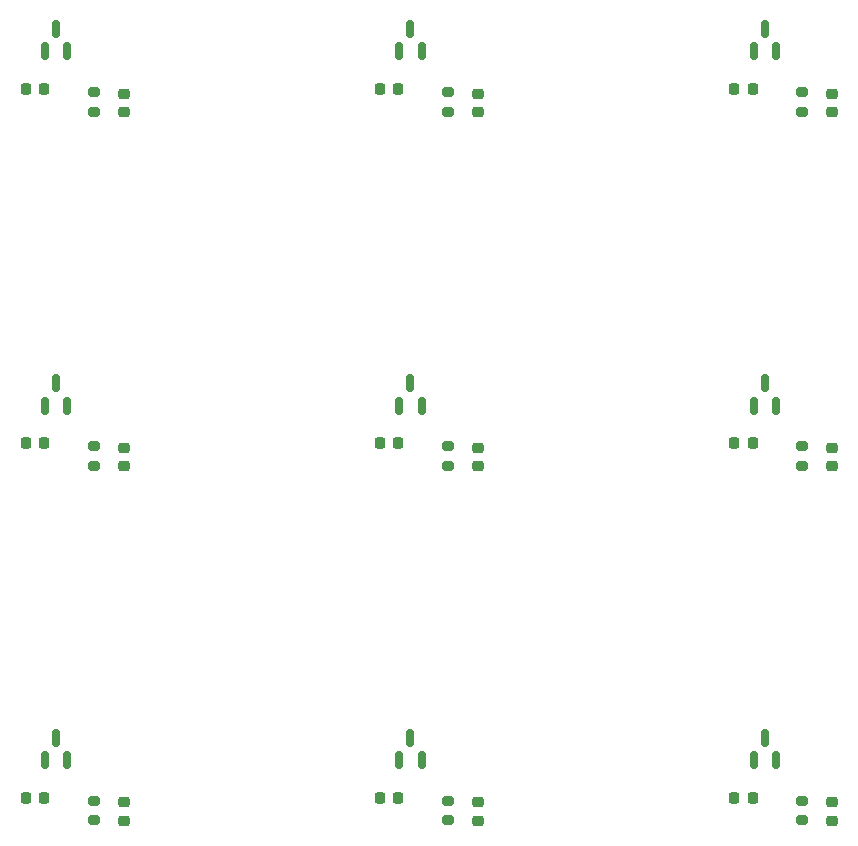
<source format=gbr>
G04 #@! TF.GenerationSoftware,KiCad,Pcbnew,8.0.3*
G04 #@! TF.CreationDate,2024-06-06T13:43:45+09:00*
G04 #@! TF.ProjectId,analog_switch_tester,616e616c-6f67-45f7-9377-697463685f74,1*
G04 #@! TF.SameCoordinates,Original*
G04 #@! TF.FileFunction,Paste,Top*
G04 #@! TF.FilePolarity,Positive*
%FSLAX46Y46*%
G04 Gerber Fmt 4.6, Leading zero omitted, Abs format (unit mm)*
G04 Created by KiCad (PCBNEW 8.0.3) date 2024-06-06 13:43:45*
%MOMM*%
%LPD*%
G01*
G04 APERTURE LIST*
G04 Aperture macros list*
%AMRoundRect*
0 Rectangle with rounded corners*
0 $1 Rounding radius*
0 $2 $3 $4 $5 $6 $7 $8 $9 X,Y pos of 4 corners*
0 Add a 4 corners polygon primitive as box body*
4,1,4,$2,$3,$4,$5,$6,$7,$8,$9,$2,$3,0*
0 Add four circle primitives for the rounded corners*
1,1,$1+$1,$2,$3*
1,1,$1+$1,$4,$5*
1,1,$1+$1,$6,$7*
1,1,$1+$1,$8,$9*
0 Add four rect primitives between the rounded corners*
20,1,$1+$1,$2,$3,$4,$5,0*
20,1,$1+$1,$4,$5,$6,$7,0*
20,1,$1+$1,$6,$7,$8,$9,0*
20,1,$1+$1,$8,$9,$2,$3,0*%
G04 Aperture macros list end*
%ADD10RoundRect,0.225000X0.250000X-0.225000X0.250000X0.225000X-0.250000X0.225000X-0.250000X-0.225000X0*%
%ADD11RoundRect,0.150000X0.150000X-0.587500X0.150000X0.587500X-0.150000X0.587500X-0.150000X-0.587500X0*%
%ADD12RoundRect,0.200000X0.275000X-0.200000X0.275000X0.200000X-0.275000X0.200000X-0.275000X-0.200000X0*%
%ADD13RoundRect,0.225000X-0.225000X-0.250000X0.225000X-0.250000X0.225000X0.250000X-0.225000X0.250000X0*%
G04 APERTURE END LIST*
D10*
G04 #@! TO.C,C18*
X101529000Y-98227000D03*
X101529000Y-99777000D03*
G04 #@! TD*
D11*
G04 #@! TO.C,U9*
X95814000Y-92766000D03*
X96764000Y-94641000D03*
X94864000Y-94641000D03*
G04 #@! TD*
D12*
G04 #@! TO.C,R9*
X98989000Y-98100000D03*
X98989000Y-99750000D03*
G04 #@! TD*
D13*
G04 #@! TO.C,C17*
X94798000Y-97846000D03*
X93248000Y-97846000D03*
G04 #@! TD*
D10*
G04 #@! TO.C,C16*
X71529000Y-98227000D03*
X71529000Y-99777000D03*
G04 #@! TD*
D11*
G04 #@! TO.C,U8*
X65814000Y-92766000D03*
X66764000Y-94641000D03*
X64864000Y-94641000D03*
G04 #@! TD*
D12*
G04 #@! TO.C,R8*
X68989000Y-98100000D03*
X68989000Y-99750000D03*
G04 #@! TD*
D13*
G04 #@! TO.C,C15*
X64798000Y-97846000D03*
X63248000Y-97846000D03*
G04 #@! TD*
D10*
G04 #@! TO.C,C14*
X41529000Y-98227000D03*
X41529000Y-99777000D03*
G04 #@! TD*
D11*
G04 #@! TO.C,U7*
X35814000Y-92766000D03*
X36764000Y-94641000D03*
X34864000Y-94641000D03*
G04 #@! TD*
D12*
G04 #@! TO.C,R7*
X38989000Y-98100000D03*
X38989000Y-99750000D03*
G04 #@! TD*
D13*
G04 #@! TO.C,C13*
X34798000Y-97846000D03*
X33248000Y-97846000D03*
G04 #@! TD*
D10*
G04 #@! TO.C,C12*
X101529000Y-68227000D03*
X101529000Y-69777000D03*
G04 #@! TD*
D11*
G04 #@! TO.C,U6*
X95814000Y-62766000D03*
X96764000Y-64641000D03*
X94864000Y-64641000D03*
G04 #@! TD*
D12*
G04 #@! TO.C,R6*
X98989000Y-68100000D03*
X98989000Y-69750000D03*
G04 #@! TD*
D13*
G04 #@! TO.C,C11*
X94798000Y-67846000D03*
X93248000Y-67846000D03*
G04 #@! TD*
D10*
G04 #@! TO.C,C10*
X71529000Y-68227000D03*
X71529000Y-69777000D03*
G04 #@! TD*
D11*
G04 #@! TO.C,U5*
X65814000Y-62766000D03*
X66764000Y-64641000D03*
X64864000Y-64641000D03*
G04 #@! TD*
D12*
G04 #@! TO.C,R5*
X68989000Y-68100000D03*
X68989000Y-69750000D03*
G04 #@! TD*
D13*
G04 #@! TO.C,C9*
X64798000Y-67846000D03*
X63248000Y-67846000D03*
G04 #@! TD*
D10*
G04 #@! TO.C,C8*
X41529000Y-68227000D03*
X41529000Y-69777000D03*
G04 #@! TD*
D11*
G04 #@! TO.C,U4*
X35814000Y-62766000D03*
X36764000Y-64641000D03*
X34864000Y-64641000D03*
G04 #@! TD*
D12*
G04 #@! TO.C,R4*
X38989000Y-68100000D03*
X38989000Y-69750000D03*
G04 #@! TD*
D13*
G04 #@! TO.C,C7*
X34798000Y-67846000D03*
X33248000Y-67846000D03*
G04 #@! TD*
D10*
G04 #@! TO.C,C6*
X101529000Y-38227000D03*
X101529000Y-39777000D03*
G04 #@! TD*
D11*
G04 #@! TO.C,U3*
X95814000Y-32766000D03*
X96764000Y-34641000D03*
X94864000Y-34641000D03*
G04 #@! TD*
D12*
G04 #@! TO.C,R3*
X98989000Y-38100000D03*
X98989000Y-39750000D03*
G04 #@! TD*
D13*
G04 #@! TO.C,C5*
X94798000Y-37846000D03*
X93248000Y-37846000D03*
G04 #@! TD*
D10*
G04 #@! TO.C,C4*
X71529000Y-38227000D03*
X71529000Y-39777000D03*
G04 #@! TD*
D11*
G04 #@! TO.C,U2*
X65814000Y-32766000D03*
X66764000Y-34641000D03*
X64864000Y-34641000D03*
G04 #@! TD*
D12*
G04 #@! TO.C,R2*
X68989000Y-38100000D03*
X68989000Y-39750000D03*
G04 #@! TD*
D13*
G04 #@! TO.C,C3*
X64798000Y-37846000D03*
X63248000Y-37846000D03*
G04 #@! TD*
D11*
G04 #@! TO.C,U1*
X35814000Y-32766000D03*
X36764000Y-34641000D03*
X34864000Y-34641000D03*
G04 #@! TD*
D12*
G04 #@! TO.C,R1*
X38989000Y-38100000D03*
X38989000Y-39750000D03*
G04 #@! TD*
D13*
G04 #@! TO.C,C1*
X34798000Y-37846000D03*
X33248000Y-37846000D03*
G04 #@! TD*
D10*
G04 #@! TO.C,C2*
X41529000Y-38227000D03*
X41529000Y-39777000D03*
G04 #@! TD*
M02*

</source>
